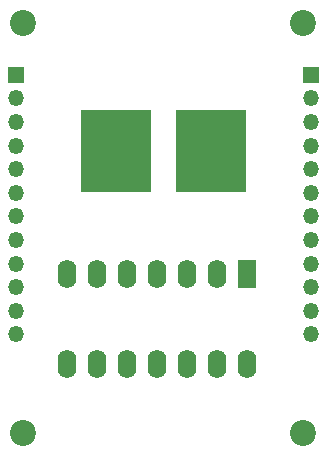
<source format=gbs>
%TF.GenerationSoftware,KiCad,Pcbnew,5.1.7-a382d34a8~88~ubuntu18.04.1*%
%TF.CreationDate,2022-12-01T09:52:47-05:00*%
%TF.ProjectId,Global_Val_Sen_Tem,476c6f62-616c-45f5-9661-6c5f53656e5f,rev?*%
%TF.SameCoordinates,Original*%
%TF.FileFunction,Soldermask,Bot*%
%TF.FilePolarity,Negative*%
%FSLAX46Y46*%
G04 Gerber Fmt 4.6, Leading zero omitted, Abs format (unit mm)*
G04 Created by KiCad (PCBNEW 5.1.7-a382d34a8~88~ubuntu18.04.1) date 2022-12-01 09:52:47*
%MOMM*%
%LPD*%
G01*
G04 APERTURE LIST*
%ADD10O,1.600000X2.400000*%
%ADD11R,1.600000X2.400000*%
%ADD12R,6.000000X7.000000*%
%ADD13O,1.350000X1.350000*%
%ADD14R,1.350000X1.350000*%
%ADD15C,2.200000*%
G04 APERTURE END LIST*
D10*
%TO.C,IC3*%
X161105000Y-70970000D03*
X145865000Y-63350000D03*
X158565000Y-70970000D03*
X148405000Y-63350000D03*
X156025000Y-70970000D03*
X150945000Y-63350000D03*
X153485000Y-70970000D03*
X153485000Y-63350000D03*
X150945000Y-70970000D03*
X156025000Y-63350000D03*
X148405000Y-70970000D03*
X158565000Y-63350000D03*
X145865000Y-70970000D03*
D11*
X161105000Y-63350000D03*
%TD*%
D12*
%TO.C,Termocupla*%
X150000000Y-53000000D03*
X158000000Y-53000000D03*
%TD*%
D13*
%TO.C,JI_temp*%
X166500000Y-68500000D03*
X166500000Y-66500000D03*
X166500000Y-64500000D03*
X166500000Y-62500000D03*
X166500000Y-60500000D03*
X166500000Y-58500000D03*
X166500000Y-56500000D03*
X166500000Y-54500000D03*
X166500000Y-52500000D03*
X166500000Y-50500000D03*
X166500000Y-48500000D03*
D14*
X166500000Y-46500000D03*
%TD*%
D13*
%TO.C,JD_temp*%
X141500000Y-68500000D03*
X141500000Y-66500000D03*
X141500000Y-64500000D03*
X141500000Y-62500000D03*
X141500000Y-60500000D03*
X141500000Y-58500000D03*
X141500000Y-56500000D03*
X141500000Y-54500000D03*
X141500000Y-52500000D03*
X141500000Y-50500000D03*
X141500000Y-48500000D03*
D14*
X141500000Y-46500000D03*
%TD*%
D15*
%TO.C,Hrs4*%
X165850000Y-42150000D03*
%TD*%
%TO.C,His4*%
X142150000Y-42150000D03*
%TD*%
%TO.C,Hid4*%
X142150000Y-76850000D03*
%TD*%
%TO.C,Hdd4*%
X165850000Y-76850000D03*
%TD*%
M02*

</source>
